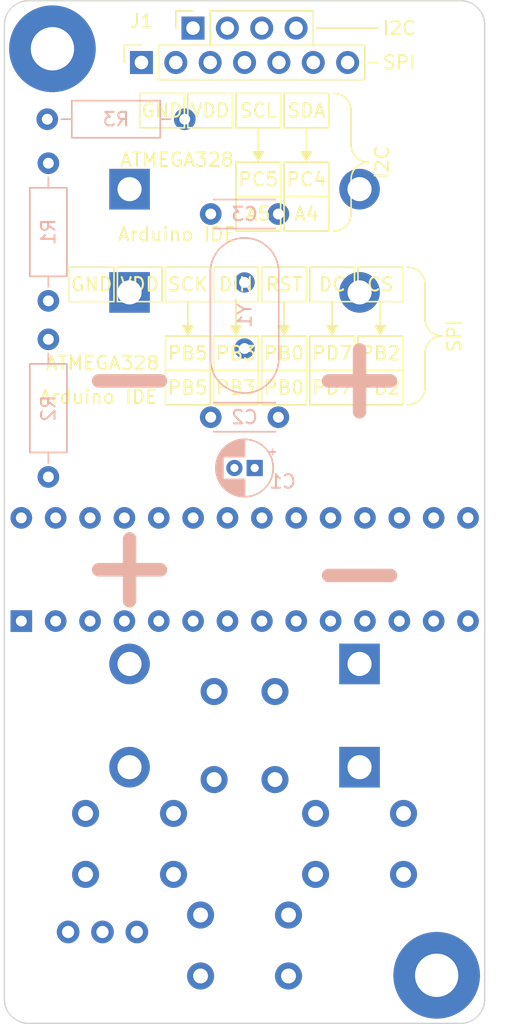
<source format=kicad_pcb>
(kicad_pcb (version 20211014) (generator pcbnew)
  (layers (0 "F.Cu" signal) (31 "B.Cu" signal) (34 "B.Paste" user) (35 "F.Paste" user) (36 "B.SilkS" user "B.Silkscreen") (37 "F.SilkS" user "F.Silkscreen") (38 "B.Mask" user) (39 "F.Mask" user) (44 "Edge.Cuts" user))
  (net 0 "")
  (net 1 "VDD")
  (net 2 "Net-(R3-Pad2)")
  (net 3 "SCL")
  (net 4 "SDA")
  (net 7 "CS")
  (net 9 "MOSI")
  (net 11 "Net-(SW2-Pad1)")
  (net 12 "SCK")
  (net 13 "Net-(SW3-Pad1)")
  (net 15 "GND")
  (net 16 "Net-(SW4-Pad1)")
  (net 18 "Net-(C1-Pad1)")
  (net 20 "Net-(C2-Pad2)")
  (net 22 "Net-(C3-Pad2)")
  (net 24 "DC")
  (net 25 "RST")
  (net 26 "Net-(BT1-Pad2)")
  (net 27 "Net-(SW5-Pad1)")
  (footprint "Button_Switch_THT:SW_PUSH_6mm_H9.5mm" (layer "F.Cu") (at 164.25 147.25)
    (fp_text reference "SW2" hide)
    (fp_text value "SW_down")
    (pad "1" thru_hole circle (at 6.5 0 90) (size 2 2) (drill 1.1) (layers *.Cu *.Mask) (net 11 "Net-(SW2-Pad1)"))
    (pad "1" thru_hole circle (at 0 0 90) (size 2 2) (drill 1.1) (layers *.Cu *.Mask) (net 11 "Net-(SW2-Pad1)"))
    (pad "2" thru_hole circle (at 0 4.5 90) (size 2 2) (drill 1.1) (layers *.Cu *.Mask) (net 15 "GND"))
    (pad "2" thru_hole circle (at 6.5 4.5 90) (size 2 2) (drill 1.1) (layers *.Cu *.Mask) (net 15 "GND"))
  )
  (footprint "GameBox:SS12D10" (layer "F.Cu") (at 157 148.5 180)
    (fp_text reference "SW1" hide)
    (fp_text value "ON/OFF")
    (pad "1" thru_hole circle (at -2.54 0 180) (size 1.6764 1.6764) (drill 0.9) (layers *.Cu *.Mask))
    (pad "2" thru_hole circle (at 0 0 180) (size 1.6764 1.6764) (drill 0.9) (layers *.Cu *.Mask) (net 18 "Net-(C1-Pad1)"))
    (pad "3" thru_hole circle (at 2.54 0 180) (size 1.6764 1.6764) (drill 0.9) (layers *.Cu *.Mask) (net 1 "VDD"))
  )
  (footprint "Button_Switch_THT:SW_PUSH_6mm_H9.5mm" (layer "F.Cu") (at 172.75 139.75)
    (fp_text reference "SW4" hide)
    (fp_text value "SW_right")
    (pad "1" thru_hole circle (at 0 0 90) (size 2 2) (drill 1.1) (layers *.Cu *.Mask) (net 16 "Net-(SW4-Pad1)"))
    (pad "1" thru_hole circle (at 6.5 0 90) (size 2 2) (drill 1.1) (layers *.Cu *.Mask) (net 16 "Net-(SW4-Pad1)"))
    (pad "2" thru_hole circle (at 0 4.5 90) (size 2 2) (drill 1.1) (layers *.Cu *.Mask) (net 15 "GND"))
    (pad "2" thru_hole circle (at 6.5 4.5 90) (size 2 2) (drill 1.1) (layers *.Cu *.Mask) (net 15 "GND"))
  )
  (footprint "GameBox:1.3_inch_OLED_IIC" (layer "F.Cu") (at 167.5 96.5)
    (fp_text reference "J1" (at -7.62 -15.24 180) (layer "F.SilkS"))
    (fp_text value "OLED" hide)
    (fp_text user "VDD" (at -2.54 -8.636 unlocked) (layer "F.SilkS"))
    (fp_text user "PB3" (at -0.635 9.277 unlocked) (layer "F.SilkS"))
    (fp_text user "CS" (at 10.033 4.197 unlocked) (layer "F.SilkS"))
    (fp_text user "SPI" (at 15.494 8.001 90 unlocked) (layer "F.SilkS"))
    (fp_text user "Arduino IDE" (at -5 0.5 unlocked) (layer "F.SilkS"))
    (fp_text user "PB2" (at 10.033 9.277 unlocked) (layer "F.SilkS"))
    (fp_text user "A5" (at 1.016 -1.016 unlocked) (layer "F.SilkS"))
    (fp_text user "GND" (at -6.096 -8.636 unlocked) (layer "F.SilkS"))
    (fp_text user "SCK" (at -4.191 4.197 unlocked) (layer "F.SilkS"))
    (fp_text user "ATMEGA328" (at -10.5 10 unlocked) (layer "F.SilkS"))
    (fp_text user "A4" (at 4.572 -1.01 unlocked) (layer "F.SilkS"))
    (fp_text user "PB0" (at 2.921 9.277 unlocked) (layer "F.SilkS"))
    (fp_text user "PB0" (at 2.921 11.817 unlocked) (layer "F.SilkS"))
    (fp_text user "PB5" (at -4.191 9.277 unlocked) (layer "F.SilkS"))
    (fp_text user "GND" (at -11.303 4.197 unlocked) (layer "F.SilkS"))
    (fp_text user "PD7" (at 6.477 9.277 unlocked) (layer "F.SilkS"))
    (fp_text user "I2C" (at 11.43 -14.726 unlocked) (layer "F.SilkS"))
    (fp_text user "PC5" (at 1.016 -3.556 unlocked) (layer "F.SilkS"))
    (fp_text user "Arduino IDE" (at -10.795 12.5 unlocked) (layer "F.SilkS"))
    (fp_text user "DC" (at 6.477 4.197 unlocked) (layer "F.SilkS"))
    (fp_text user "ATMEGA328" (at -5 -5 unlocked) (layer "F.SilkS"))
    (fp_text user "PB3" (at -0.635 11.817 unlocked) (layer "F.SilkS"))
    (fp_text user "PD7" (at 6.477 11.817 unlocked) (layer "F.SilkS"))
    (fp_text user "PB2" (at 10.033 11.817 unlocked) (layer "F.SilkS"))
    (fp_text user "I2C" (at 10.16 -4.82 90 unlocked) (layer "F.SilkS"))
    (fp_text user "VDD" (at -7.747 4.197 unlocked) (layer "F.SilkS"))
    (fp_text user "RST" (at 2.921 4.197 unlocked) (layer "F.SilkS"))
    (fp_text user "SPI" (at 11.43 -12.186 unlocked) (layer "F.SilkS"))
    (fp_text user "SCL" (at 1.016 -8.636 unlocked) (layer "F.SilkS"))
    (fp_text user "PC4" (at 4.572 -3.556 unlocked) (layer "F.SilkS"))
    (fp_text user "DIN" (at -0.635 4.197 unlocked) (layer "F.SilkS"))
    (fp_text user "SDA" (at 4.572 -8.636 unlocked) (layer "F.SilkS"))
    (fp_text user "PB5" (at -4.191 11.817 unlocked) (layer "F.SilkS"))
    (fp_line (start 10.033 7.88) (end 10.033 5.467) (layer "F.SilkS") (width 0.12))
    (fp_line (start 7.874 -3.556) (end 7.874 -1.016) (layer "F.SilkS") (width 0.12))
    (fp_line (start -2.54 -15.996) (end 5.08 -15.996) (layer "F.SilkS") (width 0.12))
    (fp_line (start 8.89 -10.916) (end 8.89 -13.456) (layer "F.SilkS") (width 0.12))
    (fp_line (start 5.334 -14.726) (end 9.906 -14.726) (layer "F.SilkS") (width 0.12))
    (fp_line (start 13.335 6.731) (end 13.335 4.191) (layer "F.SilkS") (width 0.12))
    (fp_line (start -2.54 -13.456) (end -2.54 -15.996) (layer "F.SilkS") (width 0.12))
    (fp_line (start -6.35 -10.916) (end -6.35 -13.456) (layer "F.SilkS") (width 0.12))
    (fp_line (start -4.191 7.88) (end -4.191 5.467) (layer "F.SilkS") (width 0.12))
    (fp_line (start -0.635 5.34) (end -0.635 7.88) (layer "F.SilkS") (width 0.12))
    (fp_line (start 5.08 -13.456) (end 5.08 -15.996) (layer "F.SilkS") (width 0.12))
    (fp_line (start 1.016 -4.953) (end 1.016 -7.36) (layer "F.SilkS") (width 0.12))
    (fp_line (start 6.477 5.467) (end 6.477 7.88) (layer "F.SilkS") (width 0.12))
    (fp_line (start -5.08 -14.726) (end -5.08 -15.996) (layer "F.SilkS") (width 0.12))
    (fp_line (start -3.81 -15.996) (end -5.08 -15.996) (layer "F.SilkS") (width 0.12))
    (fp_line (start -7.62 -13.456) (end -8.89 -13.456) (layer "F.SilkS") (width 0.12))
    (fp_line (start 9.144 -12.186) (end 9.906 -12.186) (layer "F.SilkS") (width 0.12))
    (fp_line (start 13.335 9.271) (end 13.335 11.811) (layer "F.SilkS") (width 0.12))
    (fp_line (start -6.35 -13.456) (end 8.89 -13.456) (layer "F.SilkS") (width 0.12))
    (fp_line (start -6.35 -10.916) (end 8.89 -10.916) (layer "F.SilkS") (width 0.12))
    (fp_line (start -2.54 -13.456) (end 5.08 -13.456) (layer "F.SilkS") (width 0.12))
    (fp_line (start 2.921 5.467) (end 2.921 7.88) (layer "F.SilkS") (width 0.12))
    (fp_line (start 4.572 -7.36) (end 4.572 -4.953) (layer "F.SilkS") (width 0.12))
    (fp_line (start 7.874 -6.096) (end 7.874 -8.636) (layer "F.SilkS") (width 0.12))
    (fp_line (start -8.89 -12.186) (end -8.89 -13.456) (layer "F.SilkS") (width 0.12))
    (fp_rect (start -0.635 -4.826) (end 2.667 -2.286) (layer "F.SilkS") (width 0.12) (fill none))
    (fp_rect (start -0.635 -9.906) (end 2.667 -7.366) (layer "F.SilkS") (width 0.12) (fill none))
    (fp_rect (start 4.826 8.007) (end 8.128 10.547) (layer "F.SilkS") (width 0.12) (fill none))
    (fp_rect (start -2.286 8.007) (end 1.016 10.547) (layer "F.SilkS") (width 0.12) (fill none))
    (fp_rect (start 8.382 10.547) (end 11.684 13.087) (layer "F.SilkS") (width 0.12) (fill none))
    (fp_rect (start -5.842 8.007) (end -2.54 10.547) (layer "F.SilkS") (width 0.12) (fill none))
    (fp_rect (start -2.286 10.547) (end 1.016 13.087) (layer "F.SilkS") (width 0.12) (fill none))
    (fp_rect (start 4.826 10.547) (end 8.128 13.087) (layer "F.SilkS") (width 0.12) (fill none))
    (fp_rect (start -5.842 10.547) (end -2.54 13.087) (layer "F.SilkS") (width 0.12) (fill none))
    (fp_rect (start 1.27 2.927) (end 4.572 5.467) (layer "F.SilkS") (width 0.12) (fill none))
    (fp_rect (start -7.747 -9.906) (end -4.445 -7.366) (layer "F.SilkS") (width 0.12) (fill none))
    (fp_rect (start -4.191 -9.906) (end -0.889 -7.366) (layer "F.SilkS") (width 0.12) (fill none))
    (fp_rect (start 2.921 -2.286) (end 6.223 0.254) (layer "F.SilkS") (width 0.12) (fill none))
    (fp_rect (start -12.954 2.927) (end -9.652 5.467) (layer "F.SilkS") (width 0.12) (fill none))
    (fp_rect (start 1.27 10.547) (end 4.572 13.087) (layer "F.SilkS") (width 0.12) (fill none))
    (fp_rect (start 8.382 2.927) (end 11.684 5.467) (layer "F.SilkS") (width 0.12) (fill none))
    (fp_rect (start -2.286 2.927) (end 1.016 5.467) (layer "F.SilkS") (width 0.12) (fill none))
    (fp_rect (start 2.921 -9.906) (end 6.223 -7.366) (layer "F.SilkS") (width 0.12) (fill none))
    (fp_rect (start 1.27 8.007) (end 4.572 10.547) (layer "F.SilkS") (width 0.12) (fill none))
    (fp_rect (start 2.921 -4.826) (end 6.223 -2.286) (layer "F.SilkS") (width 0.12) (fill none))
    (fp_rect (start -5.842 2.927) (end -2.54 5.467) (layer "F.SilkS") (width 0.12) (fill none))
    (fp_rect (start 8.382 8.007) (end 11.684 10.547) (layer "F.SilkS") (width 0.12) (fill none))
    (fp_rect (start -0.635 -2.286) (end 2.667 0.254) (layer "F.SilkS") (width 0.12) (fill none))
    (fp_rect (start 4.826 2.927) (end 8.128 5.467) (layer "F.SilkS") (width 0.12) (fill none))
    (fp_rect (start -9.398 2.927) (end -6.096 5.467) (layer "F.SilkS") (width 0.12) (fill none))
    (fp_arc (start 6.604 -9.906) (mid 7.502026 -9.534026) (end 7.874 -8.636) (layer "F.SilkS") (width 0.12))
    (fp_arc (start 14.605 8.001) (mid 13.706974 7.629026) (end 13.335 6.731) (layer "F.SilkS") (width 0.12))
    (fp_arc (start 9.144 -4.826) (mid 8.245974 -5.197974) (end 7.874 -6.096) (layer "F.SilkS") (width 0.12))
    (fp_arc (start 7.874 -1.016) (mid 7.502026 -0.117974) (end 6.604 0.254) (layer "F.SilkS") (width 0.12))
    (fp_arc (start 13.335 11.811) (mid 12.963026 12.709026) (end 12.065 13.081) (layer "F.SilkS") (width 0.12))
    (fp_arc (start 7.874 -3.556) (mid 8.245974 -4.454026) (end 9.144 -4.826) (layer "F.SilkS") (width 0.12))
    (fp_arc (start 13.335 9.271) (mid 13.706974 8.372974) (end 14.605 8.001) (layer "F.SilkS") (width 0.12))
    (fp_arc (start 12.065 2.921) (mid 12.963026 3.292974) (end 13.335 4.191) (layer "F.SilkS") (width 0.12))
    (fp_poly (pts (xy -0.635 7.88) (xy -1.016 7.239) (xy -0.254 7.239)) (layer "F.SilkS") (width 0.12) (fill solid))
    (fp_poly (pts (xy 4.572 -4.947) (xy 4.191 -5.588) (xy 4.953 -5.588)) (layer "F.SilkS") (width 0.12) (fill solid))
    (fp_poly (pts (xy 1.016 -4.953) (xy 0.635 -5.594) (xy 1.397 -5.594)) (layer "F.SilkS") (width 0.12) (fill solid))
    (fp_poly (pts (xy 10.033 7.88) (xy 9.652 7.239) (xy 10.414 7.239)) (layer "F.SilkS") (width 0.12) (fill solid))
    (fp_poly (pts (xy -4.191 7.88) (xy -4.572 7.239) (xy -3.81 7.239)) (layer "F.SilkS") (width 0.12) (fill solid))
    (fp_poly (pts (xy 6.477 7.88) (xy 6.096 7.239) (xy 6.858 7.239)) (layer "F.SilkS") (width 0.12) (fill solid))
    (fp_poly (pts (xy 2.921 7.88) (xy 2.54 7.239) (xy 3.302 7.239)) (layer "F.SilkS") (width 0.12) (fill solid))
    (pad "1" thru_hole rect (at -3.81 -14.726 90) (size 1.7 1.7) (drill 1) (layers *.Cu *.Mask) (net 15 "GND"))
    (pad "1" thru_hole rect (at -7.62 -12.186 90) (size 1.7 1.7) (drill 1) (layers *.Cu *.Mask) (net 15 "GND"))
    (pad "2" thru_hole oval (at -1.27 -14.726 90) (size 1.7 1.7) (drill 1) (layers *.Cu *.Mask) (net 1 "VDD"))
    (pad "2" thru_hole oval (at -5.08 -12.186 90) (size 1.7 1.7) (drill 1) (layers *.Cu *.Mask) (net 1 "VDD"))
    (pad "3" thru_hole oval (at 1.27 -14.726 90) (size 1.7 1.7) (drill 1) (layers *.Cu *.Mask) (net 3 "SCL"))
    (pad "4" thru_hole oval (at 3.81 -14.726 90) (size 1.7 1.7) (drill 1) (layers *.Cu *.Mask) (net 4 "SDA"))
    (pad "5" thru_hole oval (at -2.54 -12.186 90) (size 1.7 1.7) (drill 1) (layers *.Cu *.Mask) (net 12 "SCK"))
    (pad "6" thru_hole oval (at 0 -12.186 90) (size 1.7 1.7) (drill 1) (layers *.Cu *.Mask) (net 9 "MOSI"))
    (pad "7" thru_hole oval (at 2.54 -12.186 90) (size 1.7 1.7) (drill 1) (layers *.Cu *.Mask) (net 25 "RST"))
    (pad "8" thru_hole oval (at 5.08 -12.186 90) (size 1.7 1.7) (drill 1) (layers *.Cu *.Mask) (net 24 "DC"))
    (pad "9" thru_hole oval (at 7.62 -12.186 90) (size 1.7 1.7) (drill 1) (layers *.Cu *.Mask) (net 7 "CS"))
  )
  (footprint "Button_Switch_THT:SW_PUSH_6mm_H9.5mm" (layer "F.Cu") (at 165.25 137.25 90)
    (fp_text reference "SW3" hide)
    (fp_text value "SW_up")
    (pad "1" thru_hole circle (at 6.5 0 180) (size 2 2) (drill 1.1) (layers *.Cu *.Mask) (net 13 "Net-(SW3-Pad1)"))
    (pad "1" thru_hole circle (at 0 0 180) (size 2 2) (drill 1.1) (layers *.Cu *.Mask) (net 13 "Net-(SW3-Pad1)"))
    (pad "2" thru_hole circle (at 6.5 4.5 180) (size 2 2) (drill 1.1) (layers *.Cu *.Mask) (net 15 "GND"))
    (pad "2" thru_hole circle (at 0 4.5 180) (size 2 2) (drill 1.1) (layers *.Cu *.Mask) (net 15 "GND"))
  )
  (footprint "MountingHole:MountingHole_3.2mm_M3_Pad_TopBottom" (layer "F.Cu") (at 181.7 151.7)
    (fp_text reference "H2" hide)
    (fp_text value "M3" hide)
    (pad "1" connect circle locked (at 0 0) (size 6.4 6.4) (layers "F.Cu" "F.Mask") (net 15 "GND"))
    (pad "1" thru_hole circle locked (at 0 0) (size 3.6 3.6) (drill 3.2) (layers *.Cu *.Mask) (net 15 "GND"))
    (pad "1" connect circle locked (at 0 0) (size 6.4 6.4) (layers "B.Cu" "B.Mask") (net 15 "GND"))
  )
  (footprint "MountingHole:MountingHole_3.2mm_M3_Pad_TopBottom" (layer "F.Cu") (at 153.3 83.3)
    (fp_text reference "H1" hide)
    (fp_text value "M3" hide)
    (pad "1" connect circle locked (at 0 0) (size 6.4 6.4) (layers "F.Cu" "F.Mask") (net 15 "GND"))
    (pad "1" connect circle locked (at 0 0) (size 6.4 6.4) (layers "B.Cu" "B.Mask") (net 15 "GND"))
    (pad "1" thru_hole circle locked (at 0 0) (size 3.6 3.6) (drill 3.2) (layers *.Cu *.Mask) (net 15 "GND"))
  )
  (footprint "Button_Switch_THT:SW_PUSH_6mm_H9.5mm" (layer "F.Cu") (at 155.75 139.75)
    (fp_text reference "SW5" hide)
    (fp_text value "SW_left")
    (pad "1" thru_hole circle (at 6.5 0 90) (size 2 2) (drill 1.1) (layers *.Cu *.Mask) (net 27 "Net-(SW5-Pad1)"))
    (pad "1" thru_hole circle (at 0 0 90) (size 2 2) (drill 1.1) (layers *.Cu *.Mask) (net 27 "Net-(SW5-Pad1)"))
    (pad "2" thru_hole circle (at 6.5 4.5 90) (size 2 2) (drill 1.1) (layers *.Cu *.Mask) (net 15 "GND"))
    (pad "2" thru_hole circle (at 0 4.5 90) (size 2 2) (drill 1.1) (layers *.Cu *.Mask) (net 15 "GND"))
  )
  (footprint "Package_DIP:DIP-28_W7.62mm" (layer "F.Cu") (at 151 125.55 90)
    (fp_text reference "U1" hide)
    (fp_text value "ATmega328P-P")
    (pad "1" thru_hole rect (at 0 0 90) (size 1.6 1.6) (drill 0.8) (layers *.Cu *.Mask) (net 2 "Net-(R3-Pad2)"))
    (pad "2" thru_hole oval (at 0 2.54 90) (size 1.6 1.6) (drill 0.8) (layers *.Cu *.Mask))
    (pad "3" thru_hole oval (at 0 5.08 90) (size 1.6 1.6) (drill 0.8) (layers *.Cu *.Mask))
    (pad "4" thru_hole oval (at 0 7.62 90) (size 1.6 1.6) (drill 0.8) (layers *.Cu *.Mask) (net 11 "Net-(SW2-Pad1)"))
    (pad "5" thru_hole oval (at 0 10.16 90) (size 1.6 1.6) (drill 0.8) (layers *.Cu *.Mask) (net 13 "Net-(SW3-Pad1)"))
    (pad "6" thru_hole oval (at 0 12.7 90) (size 1.6 1.6) (drill 0.8) (layers *.Cu *.Mask) (net 16 "Net-(SW4-Pad1)"))
    (pad "7" thru_hole oval (at 0 15.24 90) (size 1.6 1.6) (drill 0.8) (layers *.Cu *.Mask) (net 18 "Net-(C1-Pad1)"))
    (pad "8" thru_hole oval (at 0 17.78 90) (size 1.6 1.6) (drill 0.8) (layers *.Cu *.Mask) (net 15 "GND"))
    (pad "9" thru_hole oval (at 0 20.32 90) (size 1.6 1.6) (drill 0.8) (layers *.Cu *.Mask) (net 20 "Net-(C2-Pad2)"))
    (pad "10" thru_hole oval (at 0 22.86 90) (size 1.6 1.6) (drill 0.8) (layers *.Cu *.Mask) (net 22 "Net-(C3-Pad2)"))
    (pad "11" thru_hole oval (at 0 25.4 90) (size 1.6 1.6) (drill 0.8) (layers *.Cu *.Mask) (net 27 "Net-(SW5-Pad1)"))
    (pad "12" thru_hole oval (at 0 27.94 90) (size 1.6 1.6) (drill 0.8) (layers *.Cu *.Mask))
    (pad "13" thru_hole oval (at 0 30.48 90) (size 1.6 1.6) (drill 0.8) (layers *.Cu *.Mask) (net 24 "DC"))
    (pad "14" thru_hole oval (at 0 33.02 90) (size 1.6 1.6) (drill 0.8) (layers *.Cu *.Mask) (net 25 "RST"))
    (pad "15" thru_hole oval (at 7.62 33.02 90) (size 1.6 1.6) (drill 0.8) (layers *.Cu *.Mask))
    (pad "16" thru_hole oval (at 7.62 30.48 90) (size 1.6 1.6) (drill 0.8) (layers *.Cu *.Mask) (net 7 "CS"))
    (pad "17" thru_hole oval (at 7.62 27.94 90) (size 1.6 1.6) (drill 0.8) (layers *.Cu *.Mask) (net 9 "MOSI"))
    (pad "18" thru_hole oval (at 7.62 25.4 90) (size 1.6 1.6) (drill 0.8) (layers *.Cu *.Mask))
    (pad "19" thru_hole oval (at 7.62 22.86 90) (size 1.6 1.6) (drill 0.8) (layers *.Cu *.Mask) (net 12 "SCK"))
    (pad "20" thru_hole oval (at 7.62 20.32 90) (size 1.6 1.6) (drill 0.8) (layers *.Cu *.Mask) (net 18 "Net-(C1-Pad1)"))
    (pad "21" thru_hole oval (at 7.62 17.78 90) (size 1.6 1.6) (drill 0.8) (layers *.Cu *.Mask))
    (pad "22" thru_hole oval (at 7.62 15.24 90) (size 1.6 1.6) (drill 0.8) (layers *.Cu *.Mask) (net 15 "GND"))
    (pad "23" thru_hole oval (at 7.62 12.7 90) (size 1.6 1.6) (drill 0.8) (layers *.Cu *.Mask))
    (pad "24" thru_hole oval (at 7.62 10.16 90) (size 1.6 1.6) (drill 0.8) (layers *.Cu *.Mask))
    (pad "25" thru_hole oval (at 7.62 7.62 90) (size 1.6 1.6) (drill 0.8) (layers *.Cu *.Mask))
    (pad "26" thru_hole oval (at 7.62 5.08 90) (size 1.6 1.6) (drill 0.8) (layers *.Cu *.Mask))
    (pad "27" thru_hole oval (at 7.62 2.54 90) (size 1.6 1.6) (drill 0.8) (layers *.Cu *.Mask) (net 4 "SDA"))
    (pad "28" thru_hole oval (at 7.62 0 90) (size 1.6 1.6) (drill 0.8) (layers *.Cu *.Mask) (net 3 "SCL"))
  )
  (footprint "Crystal:Crystal_HC49-4H_Vertical" (layer "B.Cu") (at 167.5 100.55 -90)
    (fp_text reference "Y1" (at 2.44 0 90) (layer "B.SilkS") (effects (justify mirror)))
    (fp_text value "16MHz")
    (fp_line (start -0.76 2.525) (end 5.64 2.525) (layer "B.SilkS") (width 0.12))
    (fp_line (start -0.76 -2.525) (end 5.64 -2.525) (layer "B.SilkS") (width 0.12))
    (fp_arc (start 5.64 -2.525) (mid 8.165 0) (end 5.64 2.525) (layer "B.SilkS") (width 0.12))
    (fp_arc (start -0.76 2.525) (mid -3.285 0) (end -0.76 -2.525) (layer "B.SilkS") (width 0.12))
    (pad "1" thru_hole circle locked (at 0 0 270) (size 1.5 1.5) (drill 0.8) (layers *.Cu *.Mask) (net 22 "Net-(C3-Pad2)"))
    (pad "2" thru_hole circle locked (at 4.88 0 270) (size 1.5 1.5) (drill 0.8) (layers *.Cu *.Mask) (net 20 "Net-(C2-Pad2)"))
  )
  (footprint "Resistor_THT:R_Axial_DIN0207_L6.3mm_D2.5mm_P10.16mm_Horizontal" (layer "B.Cu") (at 153 104.75 -90)
    (fp_text reference "R2" (at 5.1 0 90) (layer "B.SilkS") (effects (justify mirror)))
    (fp_text value "10k")
    (fp_line (start 8.35 1.37) (end 1.81 1.37) (layer "B.SilkS") (width 0.12))
    (fp_line (start 1.81 1.37) (end 1.81 -1.37) (layer "B.SilkS") (width 0.12))
    (fp_line (start 1.04 0) (end 1.81 0) (layer "B.SilkS") (width 0.12))
    (fp_line (start 9.12 0) (end 8.35 0) (layer "B.SilkS") (width 0.12))
    (fp_line (start 1.81 -1.37) (end 8.35 -1.37) (layer "B.SilkS") (width 0.12))
    (fp_line (start 8.35 -1.37) (end 8.35 1.37) (layer "B.SilkS") (width 0.12))
    (pad "1" thru_hole circle locked (at 0 0 270) (size 1.6 1.6) (drill 0.8) (layers *.Cu *.Mask) (net 1 "VDD"))
    (pad "2" thru_hole oval locked (at 10.16 0 270) (size 1.6 1.6) (drill 0.8) (layers *.Cu *.Mask) (net 3 "SCL"))
  )
  (footprint "Capacitor_THT:CP_Radial_D4.0mm_P1.50mm" (layer "B.Cu") (at 168.25 114.25 180)
    (fp_text reference "C1" (at -2.0714 -1) (layer "B.SilkS") (effects (justify mirror)))
    (fp_text value "10uF")
    (fp_line (start 0.99 2.067) (end 0.99 0.84) (layer "B.SilkS") (width 0.12))
    (fp_line (start 2.271 -0.84) (end 2.271 -1.438) (layer "B.SilkS") (width 0.12))
    (fp_line (start 1.39 1.982) (end 1.39 0.84) (layer "B.SilkS") (width 0.12))
    (fp_line (start 1.43 1.968) (end 1.43 0.84) (layer "B.SilkS") (width 0.12))
    (fp_line (start 1.07 -0.84) (end 1.07 -2.056) (layer "B.SilkS") (width 0.12))
    (fp_line (start 0.79 2.08) (end 0.79 0.84) (layer "B.SilkS") (width 0.12))
    (fp_line (start 1.991 -0.84) (end 1.991 -1.68) (layer "B.SilkS") (width 0.12))
    (fp_line (start 1.751 -0.84) (end 1.751 -1.83) (layer "B.SilkS") (width 0.12))
    (fp_line (start 1.11 2.05) (end 1.11 0.84) (layer "B.SilkS") (width 0.12))
    (fp_line (start 2.271 1.438) (end 2.271 0.84) (layer "B.SilkS") (width 0.12))
    (fp_line (start 2.031 1.65) (end 2.031 0.84) (layer "B.SilkS") (width 0.12))
    (fp_line (start 2.031 -0.84) (end 2.031 -1.65) (layer "B.SilkS") (width 0.12))
    (fp_line (start 0.99 -0.84) (end 0.99 -2.067) (layer "B.SilkS") (width 0.12))
    (fp_line (start 0.91 -0.84) (end 0.91 -2.074) (layer "B.SilkS") (width 0.12))
    (fp_line (start 1.03 2.062) (end 1.03 0.84) (layer "B.SilkS") (width 0.12))
    (fp_line (start 0.75 2.08) (end 0.75 0.84) (layer "B.SilkS") (width 0.12))
    (fp_line (start 2.391 1.304) (end 2.391 -1.304) (layer "B.SilkS") (width 0.12))
    (fp_line (start 1.711 -0.84) (end 1.711 -1.851) (layer "B.SilkS") (width 0.12))
    (fp_line (start 2.631 0.94) (end 2.631 -0.94) (layer "B.SilkS") (width 0.12))
    (fp_line (start 0.91 2.074) (end 0.91 0.84) (layer "B.SilkS") (width 0.12))
    (fp_line (start 2.071 -0.84) (end 2.071 -1.619) (layer "B.SilkS") (width 0.12))
    (fp_line (start 1.03 -0.84) (end 1.03 -2.062) (layer "B.SilkS") (width 0.12))
    (fp_line (start 2.111 -0.84) (end 2.111 -1.587) (layer "B.SilkS") (width 0.12))
    (fp_line (start 0.87 -0.84) (end 0.87 -2.077) (layer "B.SilkS") (width 0.12))
    (fp_line (start 1.43 -0.84) (end 1.43 -1.968) (layer "B.SilkS") (width 0.12))
    (fp_line (start 2.351 1.351) (end 2.351 -1.351) (layer "B.SilkS") (width 0.12))
    (fp_line (start 1.471 1.954) (end 1.471 0.84) (layer "B.SilkS") (width 0.12))
    (fp_line (start 1.551 -0.84) (end 1.551 -1.924) (layer "B.SilkS") (width 0.12))
    (fp_line (start 1.791 -0.84) (end 1.791 -1.808) (layer "B.SilkS") (width 0.12))
    (fp_line (start 1.511 -0.84) (end 1.511 -1.94) (layer "B.SilkS") (width 0.12))
    (fp_line (start 1.631 1.889) (end 1.631 0.84) (layer "B.SilkS") (width 0.12))
    (fp_line (start 1.831 -0.84) (end 1.831 -1.785) (layer "B.SilkS") (width 0.12))
    (fp_line (start 2.151 -0.84) (end 2.151 -1.552) (layer "B.SilkS") (width 0.12))
    (fp_line (start 2.791 0.537) (end 2.791 -0.537) (layer "B.SilkS") (width 0.12))
    (fp_line (start 2.751 0.664) (end 2.751 -0.664) (layer "B.SilkS") (width 0.12))
    (fp_line (start 0.95 -0.84) (end 0.95 -2.071) (layer "B.SilkS") (width 0.12))
    (fp_line (start 1.711 1.851) (end 1.711 0.84) (layer "B.SilkS") (width 0.12))
    (fp_line (start 1.471 -0.84) (end 1.471 -1.954) (layer "B.SilkS") (width 0.12))
    (fp_line (start 1.871 1.76) (end 1.871 0.84) (layer "B.SilkS") (width 0.12))
    (fp_line (start 1.671 1.87) (end 1.671 0.84) (layer "B.SilkS") (width 0.12))
    (fp_line (start 0.95 2.071) (end 0.95 0.84) (layer "B.SilkS") (width 0.12))
    (fp_line (start 1.991 1.68) (end 1.991 0.84) (layer "B.SilkS") (width 0.12))
    (fp_line (start 1.27 -0.84) (end 1.27 -2.016) (layer "B.SilkS") (width 0.12))
    (fp_line (start 1.551 1.924) (end 1.551 0.84) (layer "B.SilkS") (width 0.12))
    (fp_line (start 0.83 -0.84) (end 0.83 -2.079) (layer "B.SilkS") (width 0.12))
    (fp_line (start 1.671 -0.84) (end 1.671 -1.87) (layer "B.SilkS") (width 0.12))
    (fp_line (start 1.23 -0.84) (end 1.23 -2.025) (layer "B.SilkS") (width 0.12))
    (fp_line (start 1.511 1.94) (end 1.511 0.84) (layer "B.SilkS") (width 0.12))
    (fp_line (start 1.871 -0.84) (end 1.871 -1.76) (layer "B.SilkS") (width 0.12))
    (fp_line (start 1.19 2.034) (end 1.19 0.84) (layer "B.SilkS") (width 0.12))
    (fp_line (start -1.519801 1.195) (end -1.119801 1.195) (layer "B.SilkS") (width 0.12))
    (fp_line (start 2.111 1.587) (end 2.111 0.84) (layer "B.SilkS") (width 0.12))
    (fp_line (start 0.83 2.079) (end 0.83 0.84) (layer "B.SilkS") (width 0.12))
    (fp_line (start 1.11 -0.84) (end 1.11 -2.05) (layer "B.SilkS") (width 0.12))
    (fp_line (start 1.19 -0.84) (end 1.19 -2.034) (layer "B.SilkS") (width 0.12))
    (fp_line (start 2.551 1.08) (end 2.551 -1.08) (layer "B.SilkS") (width 0.12))
    (fp_line (start 1.39 -0.84) (end 1.39 -1.982) (layer "B.SilkS") (width 0.12))
    (fp_line (start 2.671 0.859) (end 2.671 -0.859) (layer "B.SilkS") (width 0.12))
    (fp_line (start 1.951 1.708) (end 1.951 0.84) (layer "B.SilkS") (width 0.12))
    (fp_line (start 1.591 1.907) (end 1.591 0.84) (layer "B.SilkS") (width 0.12))
    (fp_line (start 1.35 -0.84) (end 1.35 -1.994) (layer "B.SilkS") (width 0.12))
    (fp_line (start 2.711 0.768) (end 2.711 -0.768) (layer "B.SilkS") (width 0.12))
    (fp_line (start 1.911 -0.84) (end 1.911 -1.735) (layer "B.SilkS") (width 0.12))
    (fp_line (start 1.07 2.056) (end 1.07 0.84) (layer "B.SilkS") (width 0.12))
    (fp_line (start 1.23 2.025) (end 1.23 0.84) (layer "B.SilkS") (width 0.12))
    (fp_line (start 2.191 -0.84) (end 2.191 -1.516) (layer "B.SilkS") (width 0.12))
    (fp_line (start 1.15 2.042) (end 1.15 0.84) (layer "B.SilkS") (width 0.12))
    (fp_line (start 0.87 2.077) (end 0.87 0.84) (layer "B.SilkS") (width 0.12))
    (fp_line (start 2.151 1.552) (end 2.151 0.84) (layer "B.SilkS") (width 0.12))
    (fp_line (start 2.231 1.478) (end 2.231 0.84) (layer "B.SilkS") (width 0.12))
    (fp_line (start 1.631 -0.84) (end 1.631 -1.889) (layer "B.SilkS") (width 0.12))
    (fp_line (start 1.751 1.83) (end 1.751 0.84) (layer "B.SilkS") (width 0.12))
    (fp_line (start 1.31 -0.84) (end 1.31 -2.005) (layer "B.SilkS") (width 0.12))
    (fp_line (start 2.191 1.516) (end 2.191 0.84) (layer "B.SilkS") (width 0.12))
    (fp_line (start 2.471 1.2) (end 2.471 -1.2) (layer "B.SilkS") (width 0.12))
    (fp_line (start 0.75 -0.84) (end 0.75 -2.08) (layer "B.SilkS") (width 0.12))
    (fp_line (start 2.311 -0.84) (end 2.311 -1.396) (layer "B.SilkS") (width 0.12))
    (fp_line (start 2.231 -0.84) (end 2.231 -1.478) (layer "B.SilkS") (width 0.12))
    (fp_line (start 2.831 0.37) (end 2.831 -0.37) (layer "B.SilkS") (width 0.12))
    (fp_line (start 2.511 1.142) (end 2.511 -1.142) (layer "B.SilkS") (width 0.12))
    (fp_line (start 1.27 2.016) (end 1.27 0.84) (layer "B.SilkS") (width 0.12))
    (fp_line (start 1.591 -0.84) (end 1.591 -1.907) (layer "B.SilkS") (width 0.12))
    (fp_line (start 1.791 1.808) (end 1.791 0.84) (layer "B.SilkS") (width 0.12))
    (fp_line (start 2.071 1.619) (end 2.071 0.84) (layer "B.SilkS") (width 0.12))
    (fp_line (start 1.35 1.994) (end 1.35 0.84) (layer "B.SilkS") (width 0.12))
    (fp_line (start 2.431 1.254) (end 2.431 -1.254) (layer "B.SilkS") (width 0.12))
    (fp_line (start 2.591 1.013) (end 2.591 -1.013) (layer "B.SilkS") (width 0.12))
    (fp_line (start 1.951 -0.84) (end 1.951 -1.708) (layer "B.SilkS") (width 0.12))
    (fp_line (start 1.911 1.735) (end 1.911 0.84) (layer "B.SilkS") (width 0.12))
    (fp_line (start 1.31 2.005) (end 1.31 0.84) (layer "B.SilkS") (width 0.12))
    (fp_line (start -1.319801 1.395) (end -1.319801 0.995) (layer "B.SilkS") (width 0.12))
    (fp_line (start 1.831 1.785) (end 1.831 0.84) (layer "B.SilkS") (width 0.12))
    (fp_line (start 0.79 -0.84) (end 0.79 -2.08) (layer "B.SilkS") (width 0.12))
    (fp_line (start 1.15 -0.84) (end 1.15 -2.042) (layer "B.SilkS") (width 0.12))
    (fp_line (start 2.311 1.396) (end 2.311 0.84) (layer "B.SilkS") (width 0.12))
    (fp_circle (center 0.75 0) (end 2.87 0) (layer "B.SilkS") (width 0.12) (fill none))
    (pad "1" thru_hole rect locked (at 0 0 180) (size 1.2 1.2) (drill 0.6) (layers *.Cu *.Mask) (net 18 "Net-(C1-Pad1)"))
    (pad "2" thru_hole circle locked (at 1.5 0 180) (size 1.2 1.2) (drill 0.6) (layers *.Cu *.Mask) (net 15 "GND"))
  )
  (footprint "Capacitor_THT:C_Disc_D4.3mm_W1.9mm_P5.00mm" (layer "B.Cu") (at 170 110.5 180)
    (fp_text reference "C2" (at 2.5 0) (layer "B.SilkS") (effects (justify mirror)))
    (fp_text value "22pF")
    (fp_line (start 0.23 -1.055) (end 0.23 -1.07) (layer "B.SilkS") (width 0.12))
    (fp_line (start 0.23 -1.07) (end 4.77 -1.07) (layer "B.SilkS") (width 0.12))
    (fp_line (start 0.23 1.07) (end 4.77 1.07) (layer "B.SilkS") (width 0.12))
    (fp_line (start 0.23 1.07) (end 0.23 1.055) (layer "B.SilkS") (width 0.12))
    (fp_line (start 4.77 -1.055) (end 4.77 -1.07) (layer "B.SilkS") (width 0.12))
    (fp_line (start 4.77 1.07) (end 4.77 1.055) (layer "B.SilkS") (width 0.12))
    (pad "1" thru_hole circle locked (at 0 0 180) (size 1.6 1.6) (drill 0.8) (layers *.Cu *.Mask) (net 15 "GND"))
    (pad "2" thru_hole circle locked (at 5 0 180) (size 1.6 1.6) (drill 0.8) (layers *.Cu *.Mask) (net 20 "Net-(C2-Pad2)"))
  )
  (footprint "Resistor_THT:R_Axial_DIN0207_L6.3mm_D2.5mm_P10.16mm_Horizontal" (layer "B.Cu") (at 163.08 88.5 180)
    (fp_text reference "R3" (at 5.08 0) (layer "B.SilkS") (effects (justify mirror)))
    (fp_text value "10k")
    (fp_line (start 8.35 1.37) (end 1.81 1.37) (layer "B.SilkS") (width 0.12))
    (fp_line (start 8.35 -1.37) (end 8.35 1.37) (layer "B.SilkS") (width 0.12))
    (fp_line (start 1.81 1.37) (end 1.81 -1.37) (layer "B.SilkS") (width 0.12))
    (fp_line (start 9.12 0) (end 8.35 0) (layer "B.SilkS") (width 0.12))
    (fp_line (start 1.04 0) (end 1.81 0) (layer "B.SilkS") (width 0.12))
    (fp_line (start 1.81 -1.37) (end 8.35 -1.37) (layer "B.SilkS") (width 0.12))
    (pad "1" thru_hole circle locked (at 0 0 180) (size 1.6 1.6) (drill 0.8) (layers *.Cu *.Mask) (net 1 "VDD"))
    (pad "2" thru_hole oval locked (at 10.16 0 180) (size 1.6 1.6) (drill 0.8) (layers *.Cu *.Mask) (net 2 "Net-(R3-Pad2)"))
  )
  (footprint "Capacitor_THT:C_Disc_D4.3mm_W1.9mm_P5.00mm" (layer "B.Cu") (at 170 95.5 180)
    (fp_text reference "C3" (at 2.5 0) (layer "B.SilkS") (effects (justify mirror)))
    (fp_text value "22pF")
    (fp_line (start 4.77 1.07) (end 4.77 1.055) (layer "B.SilkS") (width 0.12))
    (fp_line (start 4.77 -1.055) (end 4.77 -1.07) (layer "B.SilkS") (width 0.12))
    (fp_line (start 0.23 -1.055) (end 0.23 -1.07) (layer "B.SilkS") (width 0.12))
    (fp_line (start 0.23 1.07) (end 0.23 1.055) (layer "B.SilkS") (width 0.12))
    (fp_line (start 0.23 1.07) (end 4.77 1.07) (layer "B.SilkS") (width 0.12))
    (fp_line (start 0.23 -1.07) (end 4.77 -1.07) (layer "B.SilkS") (width 0.12))
    (pad "1" thru_hole circle locked (at 0 0 180) (size 1.6 1.6) (drill 0.8) (layers *.Cu *.Mask) (net 15 "GND"))
    (pad "2" thru_hole circle locked (at 5 0 180) (size 1.6 1.6) (drill 0.8) (layers *.Cu *.Mask) (net 22 "Net-(C3-Pad2)"))
  )
  (footprint "GameBox:BK-82_AAA_battery_holder" (layer "B.Cu") (at 159 115)
    (fp_text reference "BT1" hide)
    (fp_text value "AAA" hide)
    (fp_text user "-" (at 0 -7.62 unlocked) (layer "B.SilkS") (effects (font (size 6 6) (thickness 1)) (justify mirror)))
    (fp_text user "+" (at 0 7.2 180 unlocked) (layer "B.SilkS") (effects (font (size 6 6) (thickness 1)) (justify mirror)))
    (pad "1" thru_hole circle (at 0 21.336 180) (size 3 3) (drill 1.78) (layers *.Cu *.Mask) (net 1 "VDD"))
    (pad "1" thru_hole circle (at 0 13.716 180) (size 3 3) (drill 1.78) (layers *.Cu *.Mask) (net 1 "VDD"))
    (pad "2" thru_hole rect (at 0 -21.336 180) (size 2.999999 2.999999) (drill 1.78) (layers *.Cu *.Mask) (net 26 "Net-(BT1-Pad2)"))
    (pad "2" thru_hole rect (at 0 -13.716 180) (size 2.999999 2.999999) (drill 1.78) (layers *.Cu *.Mask) (net 26 "Net-(BT1-Pad2)"))
  )
  (footprint "Resistor_THT:R_Axial_DIN0207_L6.3mm_D2.5mm_P10.16mm_Horizontal" (layer "B.Cu") (at 153 91.75 -90)
    (fp_text reference "R1" (at 5.08 0 90) (layer "B.SilkS") (effects (justify mirror)))
    (fp_text value "10k")
    (fp_line (start 1.04 0) (end 1.81 0) (layer "B.SilkS") (width 0.12))
    (fp_line (start 1.81 -1.37) (end 8.35 -1.37) (layer "B.SilkS") (width 0.12))
    (fp_line (start 9.12 0) (end 8.35 0) (layer "B.SilkS") (width 0.12))
    (fp_line (start 8.35 1.37) (end 1.81 1.37) (layer "B.SilkS") (width 0.12))
    (fp_line (start 8.35 -1.37) (end 8.35 1.37) (layer "B.SilkS") (width 0.12))
    (fp_line (start 1.81 1.37) (end 1.81 -1.37) (layer "B.SilkS") (width 0.12))
    (pad "1" thru_hole circle locked (at 0 0 270) (size 1.6 1.6) (drill 0.8) (layers *.Cu *.Mask) (net 1 "VDD"))
    (pad "2" thru_hole oval locked (at 10.16 0 270) (size 1.6 1.6) (drill 0.8) (layers *.Cu *.Mask) (net 4 "SDA"))
  )
  (footprint "GameBox:BK-82_AAA_battery_holder" (layer "B.Cu") (at 176 115 180)
    (fp_text reference "BT2" hide)
    (fp_text value "AAA" hide)
    (fp_text user "+" (at 0 7.62 unlocked) (layer "B.SilkS") (effects (font (size 6 6) (thickness 1)) (justify mirror)))
    (fp_text user "-" (at 0 -7.62 180 unlocked) (layer "B.SilkS") (effects (font (size 6 6) (thickness 1)) (justify mirror)))
    (pad "1" thru_hole circle (at 0 13.716) (size 3 3) (drill 1.78) (layers *.Cu *.Mask) (net 26 "Net-(BT1-Pad2)"))
    (pad "1" thru_hole circle (at 0 21.336) (size 3 3) (drill 1.78) (layers *.Cu *.Mask) (net 26 "Net-(BT1-Pad2)"))
    (pad "2" thru_hole rect (at 0 -13.716) (size 2.999999 2.999999) (drill 1.78) (layers *.Cu *.Mask) (net 15 "GND"))
    (pad "2" thru_hole rect (at 0 -21.336) (size 2.999999 2.999999) (drill 1.78) (layers *.Cu *.Mask) (net 15 "GND"))
  )
  (gr_line (start 185.25 81.55) (end 185.25 153.45) (layer "Edge.Cuts") (width 0.1))
  (gr_line (start 151.55 79.75) (end 183.45 79.75) (layer "Edge.Cuts") (width 0.1))
  (gr_arc (start 185.25 153.45) (mid 184.722792 154.722792) (end 183.45 155.25) (layer "Edge.Cuts") (width 0.1))
  (gr_arc (start 149.75 81.55) (mid 150.277208 80.277208) (end 151.55 79.75) (layer "Edge.Cuts") (width 0.1))
  (gr_arc (start 183.45 79.75) (mid 184.722792 80.277208) (end 185.25 81.55) (layer "Edge.Cuts") (width 0.1))
  (gr_line (start 183.45 155.25) (end 151.55 155.25) (layer "Edge.Cuts") (width 0.1))
  (gr_arc (start 151.55 155.25) (mid 150.277208 154.722792) (end 149.75 153.45) (layer "Edge.Cuts") (width 0.1))
  (gr_line (start 149.75 153.45) (end 149.75 81.55) (layer "Edge.Cuts") (width 0.1))
)
</source>
